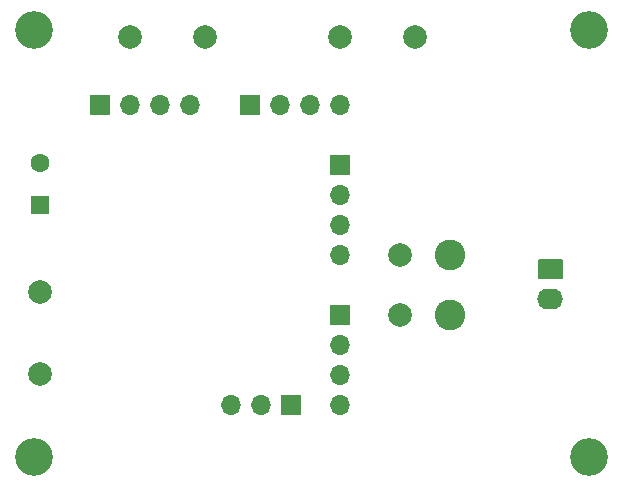
<source format=gbr>
G04 #@! TF.GenerationSoftware,KiCad,Pcbnew,(5.1.10-0-10_14)*
G04 #@! TF.CreationDate,2021-08-01T19:39:00+02:00*
G04 #@! TF.ProjectId,quasimodo,71756173-696d-46f6-946f-2e6b69636164,rev?*
G04 #@! TF.SameCoordinates,Original*
G04 #@! TF.FileFunction,Soldermask,Bot*
G04 #@! TF.FilePolarity,Negative*
%FSLAX46Y46*%
G04 Gerber Fmt 4.6, Leading zero omitted, Abs format (unit mm)*
G04 Created by KiCad (PCBNEW (5.1.10-0-10_14)) date 2021-08-01 19:39:00*
%MOMM*%
%LPD*%
G01*
G04 APERTURE LIST*
%ADD10C,1.600000*%
%ADD11R,1.600000X1.600000*%
%ADD12O,1.700000X1.700000*%
%ADD13R,1.700000X1.700000*%
%ADD14C,2.000000*%
%ADD15C,2.600000*%
%ADD16O,2.190000X1.740000*%
%ADD17C,3.200000*%
G04 APERTURE END LIST*
D10*
X119316500Y-93853000D03*
D11*
X119316500Y-97353000D03*
D12*
X144653000Y-114300000D03*
X144653000Y-111760000D03*
X144653000Y-109220000D03*
D13*
X144653000Y-106680000D03*
D12*
X144653000Y-101600000D03*
X144653000Y-99060000D03*
X144653000Y-96520000D03*
D13*
X144653000Y-93980000D03*
D12*
X144653000Y-88900000D03*
X142113000Y-88900000D03*
X139573000Y-88900000D03*
D13*
X137033000Y-88900000D03*
D12*
X131953000Y-88900000D03*
X129413000Y-88900000D03*
X126873000Y-88900000D03*
D13*
X124333000Y-88900000D03*
D14*
X133223000Y-83121500D03*
X126873000Y-83121500D03*
D15*
X153987500Y-106680000D03*
X153987500Y-101600000D03*
D14*
X149796500Y-106680000D03*
X149796500Y-101600000D03*
D16*
X162496500Y-105346500D03*
G36*
G01*
X161651499Y-101936500D02*
X163341501Y-101936500D01*
G75*
G02*
X163591500Y-102186499I0J-249999D01*
G01*
X163591500Y-103426501D01*
G75*
G02*
X163341501Y-103676500I-249999J0D01*
G01*
X161651499Y-103676500D01*
G75*
G02*
X161401500Y-103426501I0J249999D01*
G01*
X161401500Y-102186499D01*
G75*
G02*
X161651499Y-101936500I249999J0D01*
G01*
G37*
D14*
X151003000Y-83121500D03*
X144653000Y-83121500D03*
D12*
X135445500Y-114300000D03*
X137985500Y-114300000D03*
D13*
X140525500Y-114300000D03*
D14*
X119253000Y-111696500D03*
X119253000Y-104775000D03*
D17*
X118745000Y-118745000D03*
X165735000Y-118745000D03*
X165735000Y-82550000D03*
X118745000Y-82550000D03*
M02*

</source>
